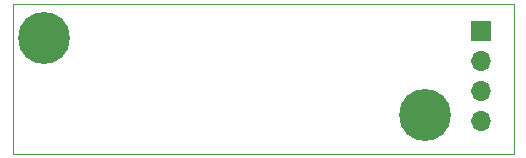
<source format=gbr>
%TF.GenerationSoftware,KiCad,Pcbnew,(6.0.9)*%
%TF.CreationDate,2022-12-24T19:37:37+02:00*%
%TF.ProjectId,GPSBoard,47505342-6f61-4726-942e-6b696361645f,rev?*%
%TF.SameCoordinates,Original*%
%TF.FileFunction,Soldermask,Bot*%
%TF.FilePolarity,Negative*%
%FSLAX46Y46*%
G04 Gerber Fmt 4.6, Leading zero omitted, Abs format (unit mm)*
G04 Created by KiCad (PCBNEW (6.0.9)) date 2022-12-24 19:37:37*
%MOMM*%
%LPD*%
G01*
G04 APERTURE LIST*
%TA.AperFunction,Profile*%
%ADD10C,0.050000*%
%TD*%
%ADD11C,4.400000*%
%ADD12C,2.600000*%
%ADD13R,1.700000X1.700000*%
%ADD14O,1.700000X1.700000*%
G04 APERTURE END LIST*
D10*
X70739000Y-62230000D02*
X113157000Y-62230000D01*
X113157000Y-62230000D02*
X113157000Y-74930000D01*
X113157000Y-74930000D02*
X70739000Y-74930000D01*
X70739000Y-74930000D02*
X70739000Y-62230000D01*
D11*
%TO.C,H2*%
X105664000Y-71628000D03*
D12*
X105664000Y-71628000D03*
%TD*%
D11*
%TO.C,H1*%
X73406000Y-65151000D03*
D12*
X73406000Y-65151000D03*
%TD*%
D13*
%TO.C,J1*%
X110363000Y-64516000D03*
D14*
X110363000Y-67056000D03*
X110363000Y-69596000D03*
X110363000Y-72136000D03*
%TD*%
M02*

</source>
